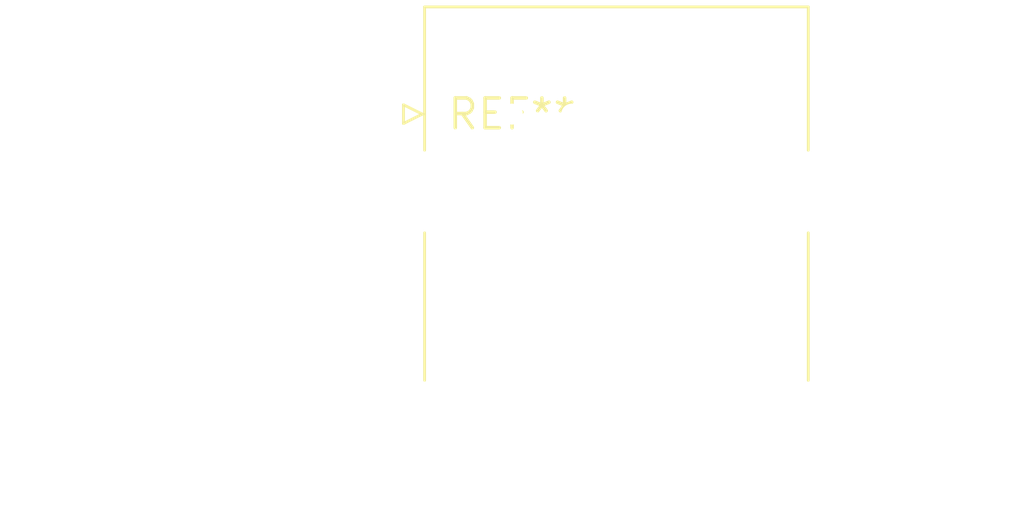
<source format=kicad_pcb>
(kicad_pcb (version 20240108) (generator pcbnew)
  (layers (0 "F.Cu" signal) (31 "B.Cu" signal) (34 "B.Paste" user) (35 "F.Paste" user) (36 "B.SilkS" user "B.Silkscreen") (37 "F.SilkS" user "F.Silkscreen") (38 "B.Mask" user) (39 "F.Mask" user) (44 "Edge.Cuts" user))
  (net 0 "")
  (footprint "RJ45_HALO_HFJ11-x2450E-LxxRL_Horizontal" (layer "F.Cu") (at 0 0)
    (property "Reference" "REF**")
    (property "Value" "RJ45_HALO_HFJ11-x2450E-LxxRL_Horizontal")
    (fp_line (start -4.625 -0.4) (end -4.625 0.4) (layer "F.SilkS") (stroke (width 0.12)))
    (fp_line (start -4.625 0.4) (end -3.825 0) (layer "F.SilkS") (stroke (width 0.12)))
    (fp_line (start -3.825 0) (end -4.625 -0.4) (layer "F.SilkS") (stroke (width 0.12)))
    (fp_line (start -3.725 -4.57) (end -3.725 1.54) (layer "F.SilkS") (stroke (width 0.12)))
    (fp_line (start -3.725 11.35) (end -3.725 5.06) (layer "F.SilkS") (stroke (width 0.12)))
    (fp_line (start 12.615 -4.57) (end -3.725 -4.57) (layer "F.SilkS") (stroke (width 0.12)))
    (fp_line (start 12.615 -4.57) (end 12.615 1.54) (layer "F.SilkS") (stroke (width 0.12)))
    (fp_line (start 12.615 11.35) (end 12.615 5.06) (layer "F.SilkS") (stroke (width 0.12)))
    (pad "" np_thru_hole circle (at -1.27 6.35) (size 3.25 3.25) (drill 3.25) (layers *.Cu *.Mask))
    (pad "" np_thru_hole circle (at 10.16 6.35) (size 3.25 3.25) (drill 3.25) (layers *.Cu *.Mask))
    (pad "1" thru_hole rect (at 0 0) (size 1.8 1.8) (drill 0.89) (layers *.Cu *.Mask) (remove_unused_layers))
    (pad "2" thru_hole circle (at 1.27 -2.54) (size 1.8 1.8) (drill 0.89) (layers *.Cu *.Mask) (remove_unused_layers))
    (pad "3" thru_hole circle (at 2.54 0) (size 1.8 1.8) (drill 0.89) (layers *.Cu *.Mask) (remove_unused_layers))
    (pad "4" thru_hole circle (at 3.81 -2.54) (size 1.8 1.8) (drill 0.89) (layers *.Cu *.Mask) (remove_unused_layers))
    (pad "5" thru_hole circle (at 5.08 0) (size 1.8 1.8) (drill 0.89) (layers *.Cu *.Mask) (remove_unused_layers))
    (pad "6" thru_hole circle (at 6.35 -2.54) (size 1.8 1.8) (drill 0.89) (layers *.Cu *.Mask) (remove_unused_layers))
    (pad "7" thru_hole circle (at 7.62 0) (size 1.8 1.8) (drill 0.89) (layers *.Cu *.Mask) (remove_unused_layers))
    (pad "8" thru_hole circle (at 8.89 -2.54) (size 1.8 1.8) (drill 0.89) (layers *.Cu *.Mask) (remove_unused_layers))
    (pad "9" thru_hole circle (at -2.185 10.41) (size 2 2) (drill 1.02) (layers *.Cu *.Mask) (remove_unused_layers))
    (pad "10" thru_hole circle (at 0.355 10.41) (size 2 2) (drill 1.02) (layers *.Cu *.Mask) (remove_unused_layers))
    (pad "11" thru_hole circle (at 8.535 10.41) (size 2 2) (drill 1.02) (layers *.Cu *.Mask) (remove_unused_layers))
    (pad "12" thru_hole circle (at 11.075 10.41) (size 2 2) (drill 1.02) (layers *.Cu *.Mask) (remove_unused_layers))
    (pad "SH" thru_hole circle (at -3.3 3.3) (size 3 3) (drill 1.6) (layers *.Cu *.Mask) (remove_unused_layers))
    (pad "SH" thru_hole circle (at 12.19 3.3) (size 3 3) (drill 1.6) (layers *.Cu *.Mask) (remove_unused_layers))
  )
)
</source>
